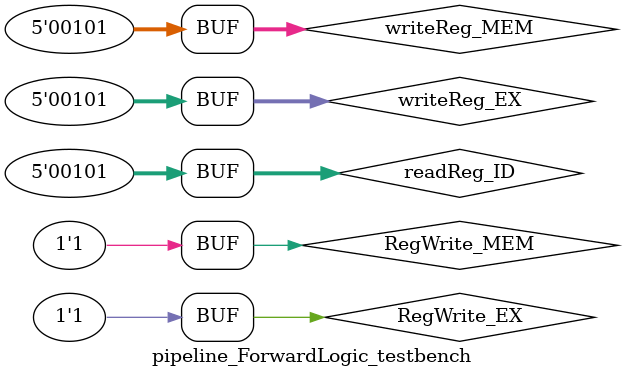
<source format=sv>
`timescale 1ns/10ps
module pipeline_ForwardLogic (
	input logic [4:0] readReg_ID, writeReg_EX, writeReg_MEM,
	input logic RegWrite_EX, RegWrite_MEM,
	output logic forwardEX, forwardMEM);
	
	always_comb begin
		casex({readReg_ID,RegWrite_EX,RegWrite_MEM})
			{5'd31, 2'bxx}:				begin
												forwardEX = 1'b0;
												forwardMEM = 1'b0;
												end
								
			{writeReg_EX,1'b1,1'bx}:	begin
												forwardEX = 1'b1;
												forwardMEM = 1'b0;
												end
								
							 
			{writeReg_MEM,1'bx,1'b1}:  begin
												forwardEX = 1'b0;
												forwardMEM = 1'b1;
												end
			
								
			default: 						begin
												forwardEX = 1'b0;
												forwardMEM = 1'b0;
												end
		endcase
	end
endmodule

module pipeline_ForwardLogic_testbench();
	logic [4:0] readReg_ID, writeReg_EX, writeReg_MEM;
	logic RegWrite_EX, RegWrite_MEM, forwardEX, forwardMEM;
	
	pipeline_ForwardLogic dut (.readReg_ID, .writeReg_EX, .writeReg_MEM, .RegWrite_EX, .RegWrite_MEM, .forwardEX, .forwardMEM);
	initial begin 
	//Should forward nothing
	readReg_ID = 5'd0; writeReg_EX = 5'd10; writeReg_MEM = 5'd20; RegWrite_EX = 1'b1; RegWrite_MEM = 1'b1;	#10;
	//Forwarding from EX
	readReg_ID = 5'd10;															#10;
	//Forwarding from MEM
	readReg_ID = 5'd0;								writeReg_MEM = 5'd0;	#10;
	//EX to forward first
	readReg_ID = 5'd5; writeReg_EX = 5'd5; writeReg_MEM = 5'd5;		#10;
	end
endmodule
	
</source>
